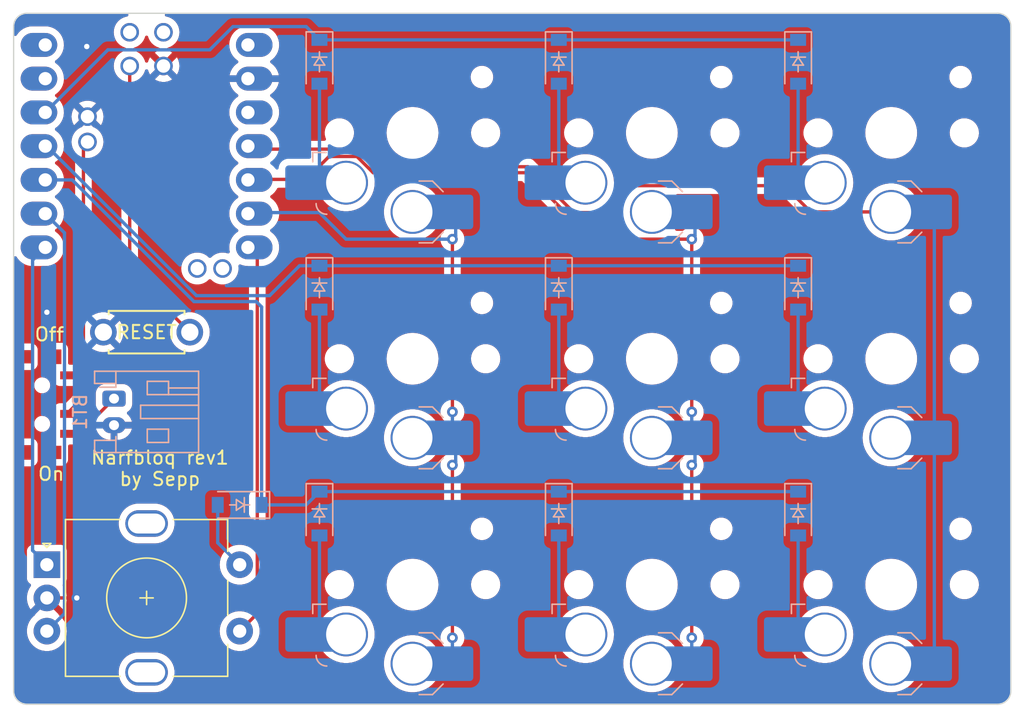
<source format=kicad_pcb>
(kicad_pcb (version 20221018) (generator pcbnew)
  (layers (0 "F.Cu" signal) (31 "B.Cu" signal) (34 "B.Paste" user) (35 "F.Paste" user) (36 "B.SilkS" user "B.Silkscreen") (37 "F.SilkS" user "F.Silkscreen") (38 "B.Mask" user) (39 "F.Mask" user) (44 "Edge.Cuts" user))
  (net 0 "")
  (net 1 "VBAT")
  (net 2 "GND")
  (net 3 "ROW1")
  (net 4 "Net-(D1-A)")
  (net 5 "Net-(D2-A)")
  (net 6 "Net-(D3-A)")
  (net 7 "Net-(D4-A)")
  (net 8 "ROW2")
  (net 9 "Net-(D5-A)")
  (net 10 "Net-(D6-A)")
  (net 11 "Net-(D7-A)")
  (net 12 "ROW3")
  (net 13 "Net-(D8-A)")
  (net 14 "Net-(D9-A)")
  (net 15 "Net-(D10-A)")
  (net 17 "BAT+")
  (net 18 "RESET")
  (net 19 "COL1")
  (net 20 "COL2")
  (net 21 "COL3")
  (net 22 "ROTA")
  (net 23 "ROTB")
  (net 24 "COL4")
  (footprint "sepp:SW_choc_HS_1u" (layer "F.Cu") (at 137 68)
    (fp_text reference "SW1" hide)
    (fp_text value "choc_SW_HS" hide)
    (fp_line (start -7.504 1.475) (end -7.504 2.175) (stroke (width 0.12)) (layer "B.SilkS"))
    (fp_line (start -7.504 1.475) (end -6.504 1.475) (stroke (width 0.12)) (layer "B.SilkS"))
    (fp_line (start 1.5 3.625) (end 0.5 3.625) (stroke (width 0.12)) (layer "B.SilkS"))
    (fp_line (start 1.5 3.625) (end 2.3 4.425) (stroke (width 0.12)) (layer "B.SilkS"))
    (fp_line (start 1.5 8.275) (end 0.5 8.275) (stroke (width 0.12)) (layer "B.SilkS"))
    (fp_line (start 2.3 7.475) (end 1.5 8.275) (stroke (width 0.12)) (layer "B.SilkS"))
    (fp_arc (start -6.45 6.125) (mid -7.015685 5.890685) (end -7.25 5.325) (stroke (width 0.12)) (layer "B.SilkS"))
    (pad "" np_thru_hole circle (at -5.5 0 180) (size 1.7 1.7) (drill 1.7) (layers "*.Cu" "*.Mask"))
    (pad "" np_thru_hole circle (at 0 0 180) (size 3.4 3.4) (drill 3.4) (layers "*.Cu" "*.Mask"))
    (pad "" np_thru_hole circle (at 5.22 -4.2 180) (size 1.2 1.2) (drill 1.2) (layers "*.Cu" "*.Mask"))
    (pad "" np_thru_hole circle (at 5.5 0 180) (size 1.7 1.7) (drill 1.7) (layers "*.Cu" "*.Mask"))
    (pad "1" thru_hole circle (at 0 5.95) (size 3.3 3.3) (drill 3) (layers "*.Cu" "B.Mask") (net 20 "COL2"))
    (pad "1" smd rect (at 1.55 5.95 180) (size 1.2 2.6) (layers "B.Cu") (net 20 "COL2"))
    (pad "1" smd roundrect (at 3.245 5.95) (size 2.65 2.6) (layers "B.Cu" "B.Paste" "B.Mask") (roundrect_rratio 0.1) (net 20 "COL2"))
    (pad "2" smd roundrect (at -8.245 3.75) (size 2.65 2.6) (layers "B.Cu" "B.Paste" "B.Mask") (roundrect_rratio 0.1) (net 4 "Net-(D1-A)"))
    (pad "2" smd rect (at -6.55 3.75) (size 1.2 2.6) (layers "B.Cu") (net 4 "Net-(D1-A)"))
    (pad "2" thru_hole circle (at -5 3.75) (size 3.3 3.3) (drill 3) (layers "*.Cu" "B.Mask") (net 4 "Net-(D1-A)"))
  )
  (footprint "sepp:SW_choc_HS_1u" (layer "F.Cu") (at 137 102)
    (fp_text reference "SW8" hide)
    (fp_text value "choc_SW_HS" hide)
    (fp_line (start -7.504 1.475) (end -7.504 2.175) (stroke (width 0.12)) (layer "B.SilkS"))
    (fp_line (start -7.504 1.475) (end -6.504 1.475) (stroke (width 0.12)) (layer "B.SilkS"))
    (fp_line (start 1.5 3.625) (end 0.5 3.625) (stroke (width 0.12)) (layer "B.SilkS"))
    (fp_line (start 1.5 3.625) (end 2.3 4.425) (stroke (width 0.12)) (layer "B.SilkS"))
    (fp_line (start 1.5 8.275) (end 0.5 8.275) (stroke (width 0.12)) (layer "B.SilkS"))
    (fp_line (start 2.3 7.475) (end 1.5 8.275) (stroke (width 0.12)) (layer "B.SilkS"))
    (fp_arc (start -6.45 6.125) (mid -7.015685 5.890685) (end -7.25 5.325) (stroke (width 0.12)) (layer "B.SilkS"))
    (pad "" np_thru_hole circle (at -5.5 0 180) (size 1.7 1.7) (drill 1.7) (layers "*.Cu" "*.Mask"))
    (pad "" np_thru_hole circle (at 0 0 180) (size 3.4 3.4) (drill 3.4) (layers "*.Cu" "*.Mask"))
    (pad "" np_thru_hole circle (at 5.22 -4.2 180) (size 1.2 1.2) (drill 1.2) (layers "*.Cu" "*.Mask"))
    (pad "" np_thru_hole circle (at 5.5 0 180) (size 1.7 1.7) (drill 1.7) (layers "*.Cu" "*.Mask"))
    (pad "1" thru_hole circle (at 0 5.95) (size 3.3 3.3) (drill 3) (layers "*.Cu" "B.Mask") (net 20 "COL2"))
    (pad "1" smd rect (at 1.55 5.95 180) (size 1.2 2.6) (layers "B.Cu") (net 20 "COL2"))
    (pad "1" smd roundrect (at 3.245 5.95) (size 2.65 2.6) (layers "B.Cu" "B.Paste" "B.Mask") (roundrect_rratio 0.1) (net 20 "COL2"))
    (pad "2" smd roundrect (at -8.245 3.75) (size 2.65 2.6) (layers "B.Cu" "B.Paste" "B.Mask") (roundrect_rratio 0.1) (net 13 "Net-(D8-A)"))
    (pad "2" smd rect (at -6.55 3.75) (size 1.2 2.6) (layers "B.Cu") (net 13 "Net-(D8-A)"))
    (pad "2" thru_hole circle (at -5 3.75) (size 3.3 3.3) (drill 3) (layers "*.Cu" "B.Mask") (net 13 "Net-(D8-A)"))
  )
  (footprint "sepp:SW_choc_HS_1u" (layer "F.Cu") (at 137 85)
    (fp_text reference "SW4" hide)
    (fp_text value "choc_SW_HS" hide)
    (fp_line (start -7.504 1.475) (end -7.504 2.175) (stroke (width 0.12)) (layer "B.SilkS"))
    (fp_line (start -7.504 1.475) (end -6.504 1.475) (stroke (width 0.12)) (layer "B.SilkS"))
    (fp_line (start 1.5 3.625) (end 0.5 3.625) (stroke (width 0.12)) (layer "B.SilkS"))
    (fp_line (start 1.5 3.625) (end 2.3 4.425) (stroke (width 0.12)) (layer "B.SilkS"))
    (fp_line (start 1.5 8.275) (end 0.5 8.275) (stroke (width 0.12)) (layer "B.SilkS"))
    (fp_line (start 2.3 7.475) (end 1.5 8.275) (stroke (width 0.12)) (layer "B.SilkS"))
    (fp_arc (start -6.45 6.125) (mid -7.015685 5.890685) (end -7.25 5.325) (stroke (width 0.12)) (layer "B.SilkS"))
    (pad "" np_thru_hole circle (at -5.5 0 180) (size 1.7 1.7) (drill 1.7) (layers "*.Cu" "*.Mask"))
    (pad "" np_thru_hole circle (at 0 0 180) (size 3.4 3.4) (drill 3.4) (layers "*.Cu" "*.Mask"))
    (pad "" np_thru_hole circle (at 5.22 -4.2 180) (size 1.2 1.2) (drill 1.2) (layers "*.Cu" "*.Mask"))
    (pad "" np_thru_hole circle (at 5.5 0 180) (size 1.7 1.7) (drill 1.7) (layers "*.Cu" "*.Mask"))
    (pad "1" thru_hole circle (at 0 5.95) (size 3.3 3.3) (drill 3) (layers "*.Cu" "B.Mask") (net 20 "COL2"))
    (pad "1" smd rect (at 1.55 5.95 180) (size 1.2 2.6) (layers "B.Cu") (net 20 "COL2"))
    (pad "1" smd roundrect (at 3.245 5.95) (size 2.65 2.6) (layers "B.Cu" "B.Paste" "B.Mask") (roundrect_rratio 0.1) (net 20 "COL2"))
    (pad "2" smd roundrect (at -8.245 3.75) (size 2.65 2.6) (layers "B.Cu" "B.Paste" "B.Mask") (roundrect_rratio 0.1) (net 7 "Net-(D4-A)"))
    (pad "2" smd rect (at -6.55 3.75) (size 1.2 2.6) (layers "B.Cu") (net 7 "Net-(D4-A)"))
    (pad "2" thru_hole circle (at -5 3.75) (size 3.3 3.3) (drill 3) (layers "*.Cu" "B.Mask") (net 7 "Net-(D4-A)"))
  )
  (footprint "sepp:SW_choc_HS_1u" (layer "F.Cu") (at 155 102)
    (fp_text reference "SW9" hide)
    (fp_text value "choc_SW_HS" hide)
    (fp_line (start -7.504 1.475) (end -7.504 2.175) (stroke (width 0.12)) (layer "B.SilkS"))
    (fp_line (start -7.504 1.475) (end -6.504 1.475) (stroke (width 0.12)) (layer "B.SilkS"))
    (fp_line (start 1.5 3.625) (end 0.5 3.625) (stroke (width 0.12)) (layer "B.SilkS"))
    (fp_line (start 1.5 3.625) (end 2.3 4.425) (stroke (width 0.12)) (layer "B.SilkS"))
    (fp_line (start 1.5 8.275) (end 0.5 8.275) (stroke (width 0.12)) (layer "B.SilkS"))
    (fp_line (start 2.3 7.475) (end 1.5 8.275) (stroke (width 0.12)) (layer "B.SilkS"))
    (fp_arc (start -6.45 6.125) (mid -7.015685 5.890685) (end -7.25 5.325) (stroke (width 0.12)) (layer "B.SilkS"))
    (pad "" np_thru_hole circle (at -5.5 0 180) (size 1.7 1.7) (drill 1.7) (layers "*.Cu" "*.Mask"))
    (pad "" np_thru_hole circle (at 0 0 180) (size 3.4 3.4) (drill 3.4) (layers "*.Cu" "*.Mask"))
    (pad "" np_thru_hole circle (at 5.22 -4.2 180) (size 1.2 1.2) (drill 1.2) (layers "*.Cu" "*.Mask"))
    (pad "" np_thru_hole circle (at 5.5 0 180) (size 1.7 1.7) (drill 1.7) (layers "*.Cu" "*.Mask"))
    (pad "1" thru_hole circle (at 0 5.95) (size 3.3 3.3) (drill 3) (layers "*.Cu" "B.Mask") (net 21 "COL3"))
    (pad "1" smd rect (at 1.55 5.95 180) (size 1.2 2.6) (layers "B.Cu") (net 21 "COL3"))
    (pad "1" smd roundrect (at 3.245 5.95) (size 2.65 2.6) (layers "B.Cu" "B.Paste" "B.Mask") (roundrect_rratio 0.1) (net 21 "COL3"))
    (pad "2" smd roundrect (at -8.245 3.75) (size 2.65 2.6) (layers "B.Cu" "B.Paste" "B.Mask") (roundrect_rratio 0.1) (net 14 "Net-(D9-A)"))
    (pad "2" smd rect (at -6.55 3.75) (size 1.2 2.6) (layers "B.Cu") (net 14 "Net-(D9-A)"))
    (pad "2" thru_hole circle (at -5 3.75) (size 3.3 3.3) (drill 3) (layers "*.Cu" "B.Mask") (net 14 "Net-(D9-A)"))
  )
  (footprint "sepp:SW_choc_HS_1u" (layer "F.Cu") (at 173 85)
    (fp_text reference "SW6" hide)
    (fp_text value "choc_SW_HS" hide)
    (fp_line (start -7.504 1.475) (end -7.504 2.175) (stroke (width 0.12)) (layer "B.SilkS"))
    (fp_line (start -7.504 1.475) (end -6.504 1.475) (stroke (width 0.12)) (layer "B.SilkS"))
    (fp_line (start 1.5 3.625) (end 0.5 3.625) (stroke (width 0.12)) (layer "B.SilkS"))
    (fp_line (start 1.5 3.625) (end 2.3 4.425) (stroke (width 0.12)) (layer "B.SilkS"))
    (fp_line (start 1.5 8.275) (end 0.5 8.275) (stroke (width 0.12)) (layer "B.SilkS"))
    (fp_line (start 2.3 7.475) (end 1.5 8.275) (stroke (width 0.12)) (layer "B.SilkS"))
    (fp_arc (start -6.45 6.125) (mid -7.015685 5.890685) (end -7.25 5.325) (stroke (width 0.12)) (layer "B.SilkS"))
    (pad "" np_thru_hole circle (at -5.5 0 180) (size 1.7 1.7) (drill 1.7) (layers "*.Cu" "*.Mask"))
    (pad "" np_thru_hole circle (at 0 0 180) (size 3.4 3.4) (drill 3.4) (layers "*.Cu" "*.Mask"))
    (pad "" np_thru_hole circle (at 5.22 -4.2 180) (size 1.2 1.2) (drill 1.2) (layers "*.Cu" "*.Mask"))
    (pad "" np_thru_hole circle (at 5.5 0 180) (size 1.7 1.7) (drill 1.7) (layers "*.Cu" "*.Mask"))
    (pad "1" thru_hole circle (at 0 5.95) (size 3.3 3.3) (drill 3) (layers "*.Cu" "B.Mask") (net 24 "COL4"))
    (pad "1" smd rect (at 1.55 5.95 180) (size 1.2 2.6) (layers "B.Cu") (net 24 "COL4"))
    (pad "1" smd roundrect (at 3.245 5.95) (size 2.65 2.6) (layers "B.Cu" "B.Paste" "B.Mask") (roundrect_rratio 0.1) (net 24 "COL4"))
    (pad "2" smd roundrect (at -8.245 3.75) (size 2.65 2.6) (layers "B.Cu" "B.Paste" "B.Mask") (roundrect_rratio 0.1) (net 10 "Net-(D6-A)"))
    (pad "2" smd rect (at -6.55 3.75) (size 1.2 2.6) (layers "B.Cu") (net 10 "Net-(D6-A)"))
    (pad "2" thru_hole circle (at -5 3.75) (size 3.3 3.3) (drill 3) (layers "*.Cu" "B.Mask") (net 10 "Net-(D6-A)"))
  )
  (footprint "sepp:switch-MSK-12C02-smd" (layer "F.Cu") (at 107.8 88.45)
    (fp_text reference "PWR1")
    (fp_text value "SW_SPDT")
    (pad "" smd rect (at 0.207 -3.6 90) (size 1 0.6) (layers "F.Cu" "F.Paste" "F.Mask"))
    (pad "" smd rect (at 0.207 3.6 90) (size 1.1 0.6) (layers "F.Cu" "F.Paste" "F.Mask"))
    (pad "" np_thru_hole circle (at 1.35 -1.45 180) (size 0.7 0.7) (drill 0.7) (layers "*.Cu" "*.Mask"))
    (pad "" np_thru_hole circle (at 1.35 1.45 180) (size 0.7 0.7) (drill 0.7) (layers "*.Cu" "*.Mask"))
    (pad "" smd rect (at 2.493 -3.6 90) (size 1.1 0.6) (layers "F.Cu" "F.Paste" "F.Mask"))
    (pad "" smd rect (at 2.493 3.6 90) (size 1 0.6) (layers "F.Cu" "F.Paste" "F.Mask"))
    (pad "1" smd rect (at 3.2 -2.2 180) (size 1 0.6) (layers "F.Cu" "F.Paste" "F.Mask"))
    (pad "2" smd rect (at 3.2 0.7 180) (size 1 0.6) (layers "F.Cu" "F.Paste" "F.Mask") (net 17 "BAT+"))
    (pad "3" smd rect (at 3.2 2.2 180) (size 1 0.6) (layers "F.Cu" "F.Paste" "F.Mask") (net 1 "VBAT"))
  )
  (footprint "sepp:SW_choc_HS_1u" (layer "F.Cu") (at 155 85)
    (fp_text reference "SW5" hide)
    (fp_text value "choc_SW_HS" hide)
    (fp_line (start -7.504 1.475) (end -7.504 2.175) (stroke (width 0.12)) (layer "B.SilkS"))
    (fp_line (start -7.504 1.475) (end -6.504 1.475) (stroke (width 0.12)) (layer "B.SilkS"))
    (fp_line (start 1.5 3.625) (end 0.5 3.625) (stroke (width 0.12)) (layer "B.SilkS"))
    (fp_line (start 1.5 3.625) (end 2.3 4.425) (stroke (width 0.12)) (layer "B.SilkS"))
    (fp_line (start 1.5 8.275) (end 0.5 8.275) (stroke (width 0.12)) (layer "B.SilkS"))
    (fp_line (start 2.3 7.475) (end 1.5 8.275) (stroke (width 0.12)) (layer "B.SilkS"))
    (fp_arc (start -6.45 6.125) (mid -7.015685 5.890685) (end -7.25 5.325) (stroke (width 0.12)) (layer "B.SilkS"))
    (pad "" np_thru_hole circle (at -5.5 0 180) (size 1.7 1.7) (drill 1.7) (layers "*.Cu" "*.Mask"))
    (pad "" np_thru_hole circle (at 0 0 180) (size 3.4 3.4) (drill 3.4) (layers "*.Cu" "*.Mask"))
    (pad "" np_thru_hole circle (at 5.22 -4.2 180) (size 1.2 1.2) (drill 1.2) (layers "*.Cu" "*.Mask"))
    (pad "" np_thru_hole circle (at 5.5 0 180) (size 1.7 1.7) (drill 1.7) (layers "*.Cu" "*.Mask"))
    (pad "1" thru_hole circle (at 0 5.95) (size 3.3 3.3) (drill 3) (layers "*.Cu" "B.Mask") (net 21 "COL3"))
    (pad "1" smd rect (at 1.55 5.95 180) (size 1.2 2.6) (layers "B.Cu") (net 21 "COL3"))
    (pad "1" smd roundrect (at 3.245 5.95) (size 2.65 2.6) (layers "B.Cu" "B.Paste" "B.Mask") (roundrect_rratio 0.1) (net 21 "COL3"))
    (pad "2" smd roundrect (at -8.245 3.75) (size 2.65 2.6) (layers "B.Cu" "B.Paste" "B.Mask") (roundrect_rratio 0.1) (net 9 "Net-(D5-A)"))
    (pad "2" smd rect (at -6.55 3.75) (size 1.2 2.6) (layers "B.Cu") (net 9 "Net-(D5-A)"))
    (pad "2" thru_hole circle (at -5 3.75) (size 3.3 3.3) (drill 3) (layers "*.Cu" "B.Mask") (net 9 "Net-(D5-A)"))
  )
  (footprint "sepp:SW_choc_HS_1u" (layer "F.Cu") (at 155 68)
    (fp_text reference "SW2" hide)
    (fp_text value "choc_SW_HS" hide)
    (fp_line (start -7.504 1.475) (end -7.504 2.175) (stroke (width 0.12)) (layer "B.SilkS"))
    (fp_line (start -7.504 1.475) (end -6.504 1.475) (stroke (width 0.12)) (layer "B.SilkS"))
    (fp_line (start 1.5 3.625) (end 0.5 3.625) (stroke (width 0.12)) (layer "B.SilkS"))
    (fp_line (start 1.5 3.625) (end 2.3 4.425) (stroke (width 0.12)) (layer "B.SilkS"))
    (fp_line (start 1.5 8.275) (end 0.5 8.275) (stroke (width 0.12)) (layer "B.SilkS"))
    (fp_line (start 2.3 7.475) (end 1.5 8.275) (stroke (width 0.12)) (layer "B.SilkS"))
    (fp_arc (start -6.45 6.125) (mid -7.015685 5.890685) (end -7.25 5.325) (stroke (width 0.12)) (layer "B.SilkS"))
    (pad "" np_thru_hole circle (at -5.5 0 180) (size 1.7 1.7) (drill 1.7) (layers "*.Cu" "*.Mask"))
    (pad "" np_thru_hole circle (at 0 0 180) (size 3.4 3.4) (drill 3.4) (layers "*.Cu" "*.Mask"))
    (pad "" np_thru_hole circle (at 5.22 -4.2 180) (size 1.2 1.2) (drill 1.2) (layers "*.Cu" "*.Mask"))
    (pad "" np_thru_hole circle (at 5.5 0 180) (size 1.7 1.7) (drill 1.7) (layers "*.Cu" "*.Mask"))
    (pad "1" thru_hole circle (at 0 5.95) (size 3.3 3.3) (drill 3) (layers "*.Cu" "B.Mask") (net 21 "COL3"))
    (pad "1" smd rect (at 1.55 5.95 180) (size 1.2 2.6) (layers "B.Cu") (net 21 "COL3"))
    (pad "1" smd roundrect (at 3.245 5.95) (size 2.65 2.6) (layers "B.Cu" "B.Paste" "B.Mask") (roundrect_rratio 0.1) (net 21 "COL3"))
    (pad "2" smd roundrect (at -8.245 3.75) (size 2.65 2.6) (layers "B.Cu" "B.Paste" "B.Mask") (roundrect_rratio 0.1) (net 5 "Net-(D2-A)"))
    (pad "2" smd rect (at -6.55 3.75) (size 1.2 2.6) (layers "B.Cu") (net 5 "Net-(D2-A)"))
    (pad "2" thru_hole circle (at -5 3.75) (size 3.3 3.3) (drill 3) (layers "*.Cu" "B.Mask") (net 5 "Net-(D2-A)"))
  )
  (footprint "sepp:SW_choc_HS_1u" (layer "F.Cu") (at 173 68)
    (fp_text reference "SW3" hide)
    (fp_text value "choc_SW_HS" hide)
    (fp_line (start -7.504 1.475) (end -7.504 2.175) (stroke (width 0.12)) (layer "B.SilkS"))
    (fp_line (start -7.504 1.475) (end -6.504 1.475) (stroke (width 0.12)) (layer "B.SilkS"))
    (fp_line (start 1.5 3.625) (end 0.5 3.625) (stroke (width 0.12)) (layer "B.SilkS"))
    (fp_line (start 1.5 3.625) (end 2.3 4.425) (stroke (width 0.12)) (layer "B.SilkS"))
    (fp_line (start 1.5 8.275) (end 0.5 8.275) (stroke (width 0.12)) (layer "B.SilkS"))
    (fp_line (start 2.3 7.475) (end 1.5 8.275) (stroke (width 0.12)) (layer "B.SilkS"))
    (fp_arc (start -6.45 6.125) (mid -7.015685 5.890685) (end -7.25 5.325) (stroke (width 0.12)) (layer "B.SilkS"))
    (pad "" np_thru_hole circle (at -5.5 0 180) (size 1.7 1.7) (drill 1.7) (layers "*.Cu" "*.Mask"))
    (pad "" np_thru_hole circle (at 0 0 180) (size 3.4 3.4) (drill 3.4) (layers "*.Cu" "*.Mask"))
    (pad "" np_thru_hole circle (at 5.22 -4.2 180) (size 1.2 1.2) (drill 1.2) (layers "*.Cu" "*.Mask"))
    (pad "" np_thru_hole circle (at 5.5 0 180) (size 1.7 1.7) (drill 1.7) (layers "*.Cu" "*.Mask"))
    (pad "1" thru_hole circle (at 0 5.95) (size 3.3 3.3) (drill 3) (layers "*.Cu" "B.Mask") (net 24 "COL4"))
    (pad "1" smd rect (at 1.55 5.95 180) (size 1.2 2.6) (layers "B.Cu") (net 24 "COL4"))
    (pad "1" smd roundrect (at 3.245 5.95) (size 2.65 2.6) (layers "B.Cu" "B.Paste" "B.Mask") (roundrect_rratio 0.1) (net 24 "COL4"))
    (pad "2" smd roundrect (at -8.245 3.75) (size 2.65 2.6) (layers "B.Cu" "B.Paste" "B.Mask") (roundrect_rratio 0.1) (net 6 "Net-(D3-A)"))
    (pad "2" smd rect (at -6.55 3.75) (size 1.2 2.6) (layers "B.Cu") (net 6 "Net-(D3-A)"))
    (pad "2" thru_hole circle (at -5 3.75) (size 3.3 3.3) (drill 3) (layers "*.Cu" "B.Mask") (net 6 "Net-(D3-A)"))
  )
  (footprint "sepp:ResetSW" (layer "F.Cu") (at 117 83)
    (fp_text reference "RESET1" hide)
    (fp_text value "SW_Push")
    (fp_text user "RESET" (at 0 0) (layer "F.SilkS"))
    (fp_line (start -2.85 -1.6) (end -2.85 -1.35) (stroke (width 0.15)) (layer "F.SilkS"))
    (fp_line (start -2.85 -1.6) (end 2.85 -1.6) (stroke (width 0.15)) (layer "F.SilkS"))
    (fp_line (start -2.85 1.6) (end -2.85 1.35) (stroke (width 0.15)) (layer "F.SilkS"))
    (fp_line (start -2.85 1.6) (end 2.85 1.6) (stroke (width 0.15)) (layer "F.SilkS"))
    (fp_line (start 2.85 -1.6) (end 2.85 -1.35) (stroke (width 0.15)) (layer "F.SilkS"))
    (fp_line (start 2.85 1.6) (end 2.85 1.35) (stroke (width 0.15)) (layer "F.SilkS"))
    (pad "1" thru_hole circle (at 3.25 0) (size 2 2) (drill 1.3) (layers "*.Cu" "B.Mask") (net 18 "RESET"))
    (pad "2" thru_hole circle (at -3.25 0) (size 2 2) (drill 1.3) (layers "*.Cu" "B.Mask") (net 2 "GND"))
  )
  (footprint "sepp:RotaryEncoder_EC11" (layer "F.Cu") (at 117 103)
    (fp_text reference "SW7")
    (fp_text value "RotaryEncoder_Switch")
    (fp_line (start -7.8 -4.1) (end -7.2 -4.1) (stroke (width 0.12)) (layer "F.SilkS"))
    (fp_line (start -7.5 -3.8) (end -7.8 -4.1) (stroke (width 0.12)) (layer "F.SilkS"))
    (fp_line (start -7.2 -4.1) (end -7.5 -3.8) (stroke (width 0.12)) (layer "F.SilkS"))
    (fp_line (start -6.1 -5.9) (end -6.1 5.9) (stroke (width 0.12)) (layer "F.SilkS"))
    (fp_line (start -2 -5.9) (end -6.1 -5.9) (stroke (width 0.12)) (layer "F.SilkS"))
    (fp_line (start -2 5.9) (end -6.1 5.9) (stroke (width 0.12)) (layer "F.SilkS"))
    (fp_line (start -0.5 0) (end 0.5 0) (stroke (width 0.12)) (layer "F.SilkS"))
    (fp_line (start 0 -0.5) (end 0 0.5) (stroke (width 0.12)) (layer "F.SilkS"))
    (fp_line (start 2 -5.9) (end 6.1 -5.9) (stroke (width 0.12)) (layer "F.SilkS"))
    (fp_line (start 6.1 -5.9) (end 6.1 -3.5) (stroke (width 0.12)) (layer "F.SilkS"))
    (fp_line (start 6.1 -1.3) (end 6.1 1.3) (stroke (width 0.12)) (layer "F.SilkS"))
    (fp_line (start 6.1 3.5) (end 6.1 5.9) (stroke (width 0.12)) (layer "F.SilkS"))
    (fp_line (start 6.1 5.9) (end 2 5.9) (stroke (width 0.12)) (layer "F.SilkS"))
    (fp_circle (center 0 0) (end 3 0) (stroke (width 0.12)) (fill none) (layer "F.SilkS"))
    (pad "" np_thru_hole oval (at 0 -5.6) (size 3.2 2) (drill oval 2.8 1.5) (layers "F&B.Cu" "*.Mask"))
    (pad "" np_thru_hole oval (at 0 5.6) (size 3.2 2) (drill oval 2.8 1.5) (layers "F&B.Cu" "*.Mask"))
    (pad "A" thru_hole rect (at -7.5 -2.5) (size 2 2) (drill 1) (layers "*.Cu" "*.Mask") (net 22 "ROTA"))
    (pad "B" thru_hole circle (at -7.5 2.5) (size 2 2) (drill 1) (layers "*.Cu" "*.Mask") (net 23 "ROTB"))
    (pad "C" thru_hole circle (at -7.5 0) (size 2 2) (drill 1) (layers "*.Cu" "*.Mask") (net 2 "GND"))
    (pad "S1" thru_hole circle (at 7 2.5) (size 2 2) (drill 1) (layers "*.Cu" "*.Mask") (net 19 "COL1"))
    (pad "S2" thru_hole circle (at 7 -2.5) (size 2 2) (drill 1) (layers "*.Cu" "*.Mask") (net 11 "Net-(D7-A)"))
  )
  (footprint "sepp:SW_choc_HS_1u" (layer "F.Cu") (at 173 102)
    (fp_text reference "SW10" hide)
    (fp_text value "choc_SW_HS" hide)
    (fp_line (start -7.504 1.475) (end -7.504 2.175) (stroke (width 0.12)) (layer "B.SilkS"))
    (fp_line (start -7.504 1.475) (end -6.504 1.475) (stroke (width 0.12)) (layer "B.SilkS"))
    (fp_line (start 1.5 3.625) (end 0.5 3.625) (stroke (width 0.12)) (layer "B.SilkS"))
    (fp_line (start 1.5 3.625) (end 2.3 4.425) (stroke (width 0.12)) (layer "B.SilkS"))
    (fp_line (start 1.5 8.275) (end 0.5 8.275) (stroke (width 0.12)) (layer "B.SilkS"))
    (fp_line (start 2.3 7.475) (end 1.5 8.275) (stroke (width 0.12)) (layer "B.SilkS"))
    (fp_arc (start -6.45 6.125) (mid -7.015685 5.890685) (end -7.25 5.325) (stroke (width 0.12)) (layer "B.SilkS"))
    (pad "" np_thru_hole circle (at -5.5 0 180) (size 1.7 1.7) (drill 1.7) (layers "*.Cu" "*.Mask"))
    (pad "" np_thru_hole circle (at 0 0 180) (size 3.4 3.4) (drill 3.4) (layers "*.Cu" "*.Mask"))
    (pad "" np_thru_hole circle (at 5.22 -4.2 180) (size 1.2 1.2) (drill 1.2) (layers "*.Cu" "*.Mask"))
    (pad "" np_thru_hole circle (at 5.5 0 180) (size 1.7 1.7) (drill 1.7) (layers "*.Cu" "*.Mask"))
    (pad "1" thru_hole circle (at 0 5.95) (size 3.3 3.3) (drill 3) (layers "*.Cu" "B.Mask") (net 24 "COL4"))
    (pad "1" smd rect (at 1.55 5.95 180) (size 1.2 2.6) (layers "B.Cu") (net 24 "COL4"))
    (pad "1" smd roundrect (at 3.245 5.95) (size 2.65 2.6) (layers "B.Cu" "B.Paste" "B.Mask") (roundrect_rratio 0.1) (net 24 "COL4"))
    (pad "2" smd roundrect (at -8.245 3.75) (size 2.65 2.6) (layers "B.Cu" "B.Paste" "B.Mask") (roundrect_rratio 0.1) (net 15 "Net-(D10-A)"))
    (pad "2" smd rect (at -6.55 3.75) (size 1.2 2.6) (layers "B.Cu") (net 15 "Net-(D10-A)"))
    (pad "2" thru_hole circle (at -5 3.75) (size 3.3 3.3) (drill 3) (layers "*.Cu" "B.Mask") (net 15 "Net-(D10-A)"))
  )
  (footprint "sepp:xiao-ble-tht" (layer "F.Cu") (at 117 69)
    (fp_text reference "U1" hide)
    (fp_text value "xiao-ble" hide)
    (pad "1" thru_hole oval (at -7.62 -7.62) (size 2.75 1.8) (drill 1 (offset -0.475 0)) (layers "*.Cu" "*.Mask"))
    (pad "2" thru_hole oval (at -7.62 -5.08) (size 2.75 1.8) (drill 1 (offset -0.475 0)) (layers "*.Cu" "*.Mask"))
    (pad "3" thru_hole oval (at -7.62 -2.54) (size 2.75 1.8) (drill 1 (offset -0.475 0)) (layers "*.Cu" "*.Mask") (net 3 "ROW1"))
    (pad "4" thru_hole oval (at -7.62 0) (size 2.75 1.8) (drill 1 (offset -0.475 0)) (layers "*.Cu" "*.Mask") (net 8 "ROW2"))
    (pad "5" thru_hole oval (at -7.62 2.54) (size 2.75 1.8) (drill 1 (offset -0.475 0)) (layers "*.Cu" "*.Mask") (net 12 "ROW3"))
    (pad "6" thru_hole oval (at -7.62 5.08) (size 2.75 1.8) (drill 1 (offset -0.475 0)) (layers "*.Cu" "*.Mask") (net 23 "ROTB"))
    (pad "7" thru_hole oval (at -7.62 7.62) (size 2.75 1.8) (drill 1 (offset -0.475 0)) (layers "*.Cu" "*.Mask") (net 22 "ROTA"))
    (pad "8" thru_hole oval (at 7.62 7.62 180) (size 2.75 1.8) (drill 1 (offset -0.475 0)) (layers "*.Cu" "*.Mask") (net 19 "COL1"))
    (pad "9" thru_hole oval (at 7.62 5.08 180) (size 2.75 1.8) (drill 1 (offset -0.475 0)) (layers "*.Cu" "*.Mask") (net 20 "COL2"))
    (pad "10" thru_hole oval (at 7.62 2.54 180) (size 2.75 1.8) (drill 1 (offset -0.475 0)) (layers "*.Cu" "*.Mask") (net 21 "COL3"))
    (pad "11" thru_hole oval (at 7.62 0 180) (size 2.75 1.8) (drill 1 (offset -0.475 0)) (layers "*.Cu" "*.Mask") (net 24 "COL4"))
    (pad "12" thru_hole oval (at 7.62 -2.54 180) (size 2.75 1.8) (drill 1 (offset -0.475 0)) (layers "*.Cu" "*.Mask"))
    (pad "13" thru_hole oval (at 7.62 -5.08 180) (size 2.75 1.8) (drill 1 (offset -0.475 0)) (layers "*.Cu" "*.Mask") (net 2 "GND"))
    (pad "14" thru_hole oval (at 7.62 -7.62 180) (size 2.75 1.8) (drill 1 (offset -0.475 0)) (layers "*.Cu" "*.Mask"))
    (pad "15" thru_hole circle (at -1.27 -8.572 90) (size 1.397 1.397) (drill 1.016) (layers "*.Cu" "*.Mask"))
    (pad "16" thru_hole circle (at 1.27 -8.572 90) (size 1.397 1.397) (drill 1.016) (layers "*.Cu" "*.Mask"))
    (pad "17" thru_hole circle (at -1.27 -6.032 90) (size 1.397 1.397) (drill 1.016) (layers "*.Cu" "*.Mask") (net 18 "RESET"))
    (pad "18" thru_hole circle (at 1.27 -6.032 90) (size 1.397 1.397) (drill 1.016) (layers "*.Cu" "*.Mask") (net 2 "GND"))
    (pad "19" thru_hole circle (at -4.445 -0.317 180) (size 1.397 1.397) (drill 1.016) (layers "*.Cu" "*.Mask") (net 17 "BAT+"))
    (pad "20" thru_hole circle (at -4.445 -2.222 180) (size 1.397 1.397) (drill 1.016) (layers "*.Cu" "*.Mask") (net 2 "GND"))
    (pad "21" thru_hole circle (at 3.81 9.208 180) (size 1.397 1.397) (drill 1.016) (layers "*.Cu" "*.Mask"))
    (pad "22" thru_hole circle (at 5.715 9.208 180) (size 1.397 1.397) (drill 1.016) (layers "*.Cu" "*.Mask"))
  )
  (footprint "sepp:D_SOD-123" (layer "B.Cu") (at 166 79.65 -90)
    (fp_text reference "D6" hide)
    (fp_text value "1N4148W")
    (fp_line (start -2.25 -1) (end 1.65 -1) (stroke (width 0.12)) (layer "B.SilkS"))
    (fp_line (start -2.25 1) (end -2.25 -1) (stroke (width 0.12)) (layer "B.SilkS"))
    (fp_line (start -2.25 1) (end 1.65 1) (stroke (width 0.12)) (layer "B.SilkS"))
    (fp_line (start -0.75 0) (end -0.35 0) (stroke (width 0.12)) (layer "B.SilkS"))
    (fp_line (start -0.35 0) (end 0.25 0.4) (stroke (width 0.12)) (layer "B.SilkS"))
    (fp_line (start -0.35 0.55) (end -0.35 -0.55) (stroke (width 0.12)) (layer "B.SilkS"))
    (fp_line (start 0.25 -0.4) (end -0.35 0) (stroke (width 0.12)) (layer "B.SilkS"))
    (fp_line (start 0.25 0.4) (end 0.25 -0.4) (stroke (width 0.12)) (layer "B.SilkS"))
    (fp_line (start 0.75 0) (end 0.25 0) (stroke (width 0.12)) (layer "B.SilkS"))
    (pad "1" smd rect (at -1.65 0 270) (size 0.9 1.2) (layers "B.Cu" "B.Paste" "B.Mask") (net 8 "ROW2"))
    (pad "2" smd rect (at 1.65 0 270) (size 0.9 1.2) (layers "B.Cu" "B.Paste" "B.Mask") (net 10 "Net-(D6-A)"))
  )
  (footprint "sepp:D_SOD-123" (layer "B.Cu") (at 130 96.65 -90)
    (fp_text reference "D8" hide)
    (fp_text value "1N4148W")
    (fp_line (start -2.25 -1) (end 1.65 -1) (stroke (width 0.12)) (layer "B.SilkS"))
    (fp_line (start -2.25 1) (end -2.25 -1) (stroke (width 0.12)) (layer "B.SilkS"))
    (fp_line (start -2.25 1) (end 1.65 1) (stroke (width 0.12)) (layer "B.SilkS"))
    (fp_line (start -0.75 0) (end -0.35 0) (stroke (width 0.12)) (layer "B.SilkS"))
    (fp_line (start -0.35 0) (end 0.25 0.4) (stroke (width 0.12)) (layer "B.SilkS"))
    (fp_line (start -0.35 0.55) (end -0.35 -0.55) (stroke (width 0.12)) (layer "B.SilkS"))
    (fp_line (start 0.25 -0.4) (end -0.35 0) (stroke (width 0.12)) (layer "B.SilkS"))
    (fp_line (start 0.25 0.4) (end 0.25 -0.4) (stroke (width 0.12)) (layer "B.SilkS"))
    (fp_line (start 0.75 0) (end 0.25 0) (stroke (width 0.12)) (layer "B.SilkS"))
    (pad "1" smd rect (at -1.65 0 270) (size 0.9 1.2) (layers "B.Cu" "B.Paste" "B.Mask") (net 12 "ROW3"))
    (pad "2" smd rect (at 1.65 0 270) (size 0.9 1.2) (layers "B.Cu" "B.Paste" "B.Mask") (net 13 "Net-(D8-A)"))
  )
  (footprint "Connector_JST:JST_PH_S2B-PH-K_1x02_P2.00mm_Horizontal" (layer "B.Cu") (at 114.55 88 -90)
    (fp_text reference "BT1" (at 1 2.55 90) (layer "B.SilkS") (effects (justify mirror)))
    (fp_text value "Battery_Cell")
    (fp_line (start -2.06 -6.36) (end 4.06 -6.36) (stroke (width 0.12)) (layer "B.SilkS"))
    (fp_line (start -2.06 -0.14) (end -1.14 -0.14) (stroke (width 0.12)) (layer "B.SilkS"))
    (fp_line (start -2.06 1.46) (end -2.06 -6.36) (stroke (width 0.12)) (layer "B.SilkS"))
    (fp_line (start -1.3 -4.1) (end -0.3 -4.1) (stroke (width 0.12)) (layer "B.SilkS"))
    (fp_line (start -1.3 -2.5) (end -1.3 -4.1) (stroke (width 0.12)) (layer "B.SilkS"))
    (fp_line (start -1.14 -0.14) (end -1.14 1.46) (stroke (width 0.12)) (layer "B.SilkS"))
    (fp_line (start -1.14 1.46) (end -2.06 1.46) (stroke (width 0.12)) (layer "B.SilkS"))
    (fp_line (start -0.86 -0.14) (end -1.14 -0.14) (stroke (width 0.12)) (layer "B.SilkS"))
    (fp_line (start -0.86 -0.14) (end -0.86 1.075) (stroke (width 0.12)) (layer "B.SilkS"))
    (fp_line (start -0.8 -4.1) (end -0.8 -6.36) (stroke (width 0.12)) (layer "B.SilkS"))
    (fp_line (start -0.3 -4.1) (end -0.3 -6.36) (stroke (width 0.12)) (layer "B.SilkS"))
    (fp_line (start -0.3 -4.1) (end -0.3 -2.5) (stroke (width 0.12)) (layer "B.SilkS"))
    (fp_line (start -0.3 -2.5) (end -1.3 -2.5) (stroke (width 0.12)) (layer "B.SilkS"))
    (fp_line (start 0.5 -6.36) (end 0.5 -2) (stroke (width 0.12)) (layer "B.SilkS"))
    (fp_line (start 0.5 -2) (end 1.5 -2) (stroke (width 0.12)) (layer "B.SilkS"))
    (fp_line (start 1.5 -2) (end 1.5 -6.36) (stroke (width 0.12)) (layer "B.SilkS"))
    (fp_line (start 2.3 -4.1) (end 2.3 -2.5) (stroke (width 0.12)) (layer "B.SilkS"))
    (fp_line (start 2.3 -2.5) (end 3.3 -2.5) (stroke (width 0.12)) (layer "B.SilkS"))
    (fp_line (start 3.14 -0.14) (end 2.86 -0.14) (stroke (width 0.12)) (layer "B.SilkS"))
    (fp_line (start 3.14 1.46) (end 3.14 -0.14) (stroke (width 0.12)) (layer "B.SilkS"))
    (fp_line (start 3.3 -4.1) (end 2.3 -4.1) (stroke (width 0.12)) (layer "B.SilkS"))
    (fp_line (start 3.3 -2.5) (end 3.3 -4.1) (stroke (width 0.12)) (layer "B.SilkS"))
    (fp_line (start 4.06 -6.36) (end 4.06 1.46) (stroke (width 0.12)) (layer "B.SilkS"))
    (fp_line (start 4.06 -0.14) (end 3.14 -0.14) (stroke (width 0.12)) (layer "B.SilkS"))
    (fp_line (start 4.06 1.46) (end 3.14 1.46) (stroke (width 0.12)) (layer "B.SilkS"))
    (pad "1" thru_hole roundrect (at 0 0 270) (size 1.2 1.75) (drill 0.75) (layers "*.Cu" "*.Mask") (roundrect_rratio 0.2083333333) (net 1 "VBAT"))
    (pad "2" thru_hole oval (at 2 0 270) (size 1.2 1.75) (drill 0.75) (layers "*.Cu" "*.Mask") (net 2 "GND"))
  )
  (footprint "sepp:D_SOD-123" (layer "B.Cu") (at 124 96 180)
    (fp_text reference "D7" hide)
    (fp_text value "1N4148W")
    (fp_line (start -2.25 -1) (end 1.65 -1) (stroke (width 0.12)) (layer "B.SilkS"))
    (fp_line (start -2.25 1) (end -2.25 -1) (stroke (width 0.12)) (layer "B.SilkS"))
    (fp_line (start -2.25 1) (end 1.65 1) (stroke (width 0.12)) (layer "B.SilkS"))
    (fp_line (start -0.75 0) (end -0.35 0) (stroke (width 0.12)) (layer "B.SilkS"))
    (fp_line (start -0.35 0) (end 0.25 0.4) (stroke (width 0.12)) (layer "B.SilkS"))
    (fp_line (start -0.35 0.55) (end -0.35 -0.55) (stroke (width 0.12)) (layer "B.SilkS"))
    (fp_line (start 0.25 -0.4) (end -0.35 0) (stroke (width 0.12)) (layer "B.SilkS"))
    (fp_line (start 0.25 0.4) (end 0.25 -0.4) (stroke (width 0.12)) (layer "B.SilkS"))
    (fp_line (start 0.75 0) (end 0.25 0) (stroke (width 0.12)) (layer "B.SilkS"))
    (pad "1" smd rect (at -1.65 0 180) (size 0.9 1.2) (layers "B.Cu" "B.Paste" "B.Mask") (net 12 "ROW3"))
    (pad "2" smd rect (at 1.65 0 180) (size 0.9 1.2) (layers "B.Cu" "B.Paste" "B.Mask") (net 11 "Net-(D7-A)"))
  )
  (footprint "sepp:D_SOD-123" (layer "B.Cu") (at 148 96.65 -90)
    (fp_text reference "D9" hide)
    (fp_text value "1N4148W")
    (fp_line (start -2.25 -1) (end 1.65 -1) (stroke (width 0.12)) (layer "B.SilkS"))
    (fp_line (start -2.25 1) (end -2.25 -1) (stroke (width 0.12)) (layer "B.SilkS"))
    (fp_line (start -2.25 1) (end 1.65 1) (stroke (width 0.12)) (layer "B.SilkS"))
    (fp_line (start -0.75 0) (end -0.35 0) (stroke (width 0.12)) (layer "B.SilkS"))
    (fp_line (start -0.35 0) (end 0.25 0.4) (stroke (width 0.12)) (layer "B.SilkS"))
    (fp_line (start -0.35 0.55) (end -0.35 -0.55) (stroke (width 0.12)) (layer "B.SilkS"))
    (fp_line (start 0.25 -0.4) (end -0.35 0) (stroke (width 0.12)) (layer "B.SilkS"))
    (fp_line (start 0.25 0.4) (end 0.25 -0.4) (stroke (width 0.12)) (layer "B.SilkS"))
    (fp_line (start 0.75 0) (end 0.25 0) (stroke (width 0.12)) (layer "B.SilkS"))
    (pad "1" smd rect (at -1.65 0 270) (size 0.9 1.2) (layers "B.Cu" "B.Paste" "B.Mask") (net 12 "ROW3"))
    (pad "2" smd rect (at 1.65 0 270) (size 0.9 1.2) (layers "B.Cu" "B.Paste" "B.Mask") (net 14 "Net-(D9-A)"))
  )
  (footprint "sepp:D_SOD-123" (layer "B.Cu") (at 166 62.65 -90)
    (fp_text reference "D3" hide)
    (fp_text value "1N4148W")
    (fp_line (start -2.25 -1) (end 1.65 -1) (stroke (width 0.12)) (layer "B.SilkS"))
    (fp_line (start -2.25 1) (end -2.25 -1) (stroke (width 0.12)) (layer "B.SilkS"))
    (fp_line (start -2.25 1) (end 1.65 1) (stroke (width 0.12)) (layer "B.SilkS"))
    (fp_line (start -0.75 0) (end -0.35 0) (stroke (width 0.12)) (layer "B.SilkS"))
    (fp_line (start -0.35 0) (end 0.25 0.4) (stroke (width 0.12)) (layer "B.SilkS"))
    (fp_line (start -0.35 0.55) (end -0.35 -0.55) (stroke (width 0.12)) (layer "B.SilkS"))
    (fp_line (start 0.25 -0.4) (end -0.35 0) (stroke (width 0.12)) (layer "B.SilkS"))
    (fp_line (start 0.25 0.4) (end 0.25 -0.4) (stroke (width 0.12)) (layer "B.SilkS"))
    (fp_line (start 0.75 0) (end 0.25 0) (stroke (width 0.12)) (layer "B.SilkS"))
    (pad "1" smd rect (at -1.65 0 270) (size 0.9 1.2) (layers "B.Cu" "B.Paste" "B.Mask") (net 3 "ROW1"))
    (pad "2" smd rect (at 1.65 0 270) (size 0.9 1.2) (layers "B.Cu" "B.Paste" "B.Mask") (net 6 "Net-(D3-A)"))
  )
  (footprint "sepp:D_SOD-123" (layer "B.Cu") (at 130 79.65 -90)
    (fp_text reference "D4" hide)
    (fp_text value "1N4148W")
    (fp_line (start -2.25 -1) (end 1.65 -1) (stroke (width 0.12)) (layer "B.SilkS"))
    (fp_line (start -2.25 1) (end -2.25 -1) (stroke (width 0.12)) (layer "B.SilkS"))
    (fp_line (start -2.25 1) (end 1.65 1) (stroke (width 0.12)) (layer "B.SilkS"))
    (fp_line (start -0.75 0) (end -0.35 0) (stroke (width 0.12)) (layer "B.SilkS"))
    (fp_line (start -0.35 0) (end 0.25 0.4) (stroke (width 0.12)) (layer "B.SilkS"))
    (fp_line (start -0.35 0.55) (end -0.35 -0.55) (stroke (width 0.12)) (layer "B.SilkS"))
    (fp_line (start 0.25 -0.4) (end -0.35 0) (stroke (width 0.12)) (layer "B.SilkS"))
    (fp_line (start 0.25 0.4) (end 0.25 -0.4) (stroke (width 0.12)) (layer "B.SilkS"))
    (fp_line (start 0.75 0) (end 0.25 0) (stroke (width 0.12)) (layer "B.SilkS"))
    (pad "1" smd rect (at -1.65 0 270) (size 0.9 1.2) (layers "B.Cu" "B.Paste" "B.Mask") (net 8 "ROW2"))
    (pad "2" smd rect (at 1.65 0 270) (size 0.9 1.2) (layers "B.Cu" "B.Paste" "B.Mask") (net 7 "Net-(D4-A)"))
  )
  (footprint "sepp:D_SOD-123" (layer "B.Cu") (at 166 96.65 -90)
    (fp_text reference "D10" hide)
    (fp_text value "1N4148W")
    (fp_line (start -2.25 -1) (end 1.65 -1) (stroke (width 0.12)) (layer "B.SilkS"))
    (fp_line (start -2.25 1) (end -2.25 -1) (stroke (width 0.12)) (layer "B.SilkS"))
    (fp_line (start -2.25 1) (end 1.65 1) (stroke (width 0.12)) (layer "B.SilkS"))
    (fp_line (start -0.75 0) (end -0.35 0) (stroke (width 0.12)) (layer "B.SilkS"))
    (fp_line (start -0.35 0) (end 0.25 0.4) (stroke (width 0.12)) (layer "B.SilkS"))
    (fp_line (start -0.35 0.55) (end -0.35 -0.55) (stroke (width 0.12)) (layer "B.SilkS"))
    (fp_line (start 0.25 -0.4) (end -0.35 0) (stroke (width 0.12)) (layer "B.SilkS"))
    (fp_line (start 0.25 0.4) (end 0.25 -0.4) (stroke (width 0.12)) (layer "B.SilkS"))
    (fp_line (start 0.75 0) (end 0.25 0) (stroke (width 0.12)) (layer "B.SilkS"))
    (pad "1" smd rect (at -1.65 0 270) (size 0.9 1.2) (layers "B.Cu" "B.Paste" "B.Mask") (net 12 "ROW3"))
    (pad "2" smd rect (at 1.65 0 270) (size 0.9 1.2) (layers "B.Cu" "B.Paste" "B.Mask") (net 15 "Net-(D10-A)"))
  )
  (footprint "sepp:D_SOD-123" (layer "B.Cu") (at 148 79.65 -90)
    (fp_text reference "D5" hide)
    (fp_text value "1N4148W")
    (fp_line (start -2.25 -1) (end 1.65 -1) (stroke (width 0.12)) (layer "B.SilkS"))
    (fp_line (start -2.25 1) (end -2.25 -1) (stroke (width 0.12)) (layer "B.SilkS"))
    (fp_line (start -2.25 1) (end 1.65 1) (stroke (width 0.12)) (layer "B.SilkS"))
    (fp_line (start -0.75 0) (end -0.35 0) (stroke (width 0.12)) (layer "B.SilkS"))
    (fp_line (start -0.35 0) (end 0.25 0.4) (stroke (width 0.12)) (layer "B.SilkS"))
    (fp_line (start -0.35 0.55) (end -0.35 -0.55) (stroke (width 0.12)) (layer "B.SilkS"))
    (fp_line (start 0.25 -0.4) (end -0.35 0) (stroke (width 0.12)) (layer "B.SilkS"))
    (fp_line (start 0.25 0.4) (end 0.25 -0.4) (stroke (width 0.12)) (layer "B.SilkS"))
    (fp_line (start 0.75 0) (end 0.25 0) (stroke (width 0.12)) (layer "B.SilkS"))
    (pad "1" smd rect (at -1.65 0 270) (size 0.9 1.2) (layers "B.Cu" "B.Paste" "B.Mask") (net 8 "ROW2"))
    (pad "2" smd rect (at 1.65 0 270) (size 0.9 1.2) (layers "B.Cu" "B.Paste" "B.Mask") (net 9 "Net-(D5-A)"))
  )
  (footprint "sepp:D_SOD-123" (layer "B.Cu") (at 148 62.65 -90)
    (fp_text reference "D2" hide)
    (fp_text value "1N4148W")
    (fp_line (start -2.25 -1) (end 1.65 -1) (stroke (width 0.12)) (layer "B.SilkS"))
    (fp_line (start -2.25 1) (end -2.25 -1) (stroke (width 0.12)) (layer "B.SilkS"))
    (fp_line (start -2.25 1) (end 1.65 1) (stroke (width 0.12)) (layer "B.SilkS"))
    (fp_line (start -0.75 0) (end -0.35 0) (stroke (width 0.12)) (layer "B.SilkS"))
    (fp_line (start -0.35 0) (end 0.25 0.4) (stroke (width 0.12)) (layer "B.SilkS"))
    (fp_line (start -0.35 0.55) (end -0.35 -0.55) (stroke (width 0.12)) (layer "B.SilkS"))
    (fp_line (start 0.25 -0.4) (end -0.35 0) (stroke (width 0.12)) (layer "B.SilkS"))
    (fp_line (start 0.25 0.4) (end 0.25 -0.4) (stroke (width 0.12)) (layer "B.SilkS"))
    (fp_line (start 0.75 0) (end 0.25 0) (stroke (width 0.12)) (layer "B.SilkS"))
    (pad "1" smd rect (at -1.65 0 270) (size 0.9 1.2) (layers "B.Cu" "B.Paste" "B.Mask") (net 3 "ROW1"))
    (pad "2" smd rect (at 1.65 0 270) (size 0.9 1.2) (layers "B.Cu" "B.Paste" "B.Mask") (net 5 "Net-(D2-A)"))
  )
  (footprint "sepp:D_SOD-123" (layer "B.Cu") (at 130 62.65 -90)
    (fp_text reference "D1" hide)
    (fp_text value "1N4148W")
    (fp_line (start -2.25 -1) (end 1.65 -1) (stroke (width 0.12)) (layer "B.SilkS"))
    (fp_line (start -2.25 1) (end -2.25 -1) (stroke (width 0.12)) (layer "B.SilkS"))
    (fp_line (start -2.25 1) (end 1.65 1) (stroke (width 0.12)) (layer "B.SilkS"))
    (fp_line (start -0.75 0) (end -0.35 0) (stroke (width 0.12)) (layer "B.SilkS"))
    (fp_line (start -0.35 0) (end 0.25 0.4) (stroke (width 0.12)) (layer "B.SilkS"))
    (fp_line (start -0.35 0.55) (end -0.35 -0.55) (stroke (width 0.12)) (layer "B.SilkS"))
    (fp_line (start 0.25 -0.4) (end -0.35 0) (stroke (width 0.12)) (layer "B.SilkS"))
    (fp_line (start 0.25 0.4) (end 0.25 -0.4) (stroke (width 0.12)) (layer "B.SilkS"))
    (fp_line (start 0.75 0) (end 0.25 0) (stroke (width 0.12)) (layer "B.SilkS"))
    (pad "1" smd rect (at -1.65 0 270) (size 0.9 1.2) (layers "B.Cu" "B.Paste" "B.Mask") (net 3 "ROW1"))
    (pad "2" smd rect (at 1.65 0 270) (size 0.9 1.2) (layers "B.Cu" "B.Paste" "B.Mask") (net 4 "Net-(D1-A)"))
  )
  (gr_arc (start 108 111) (mid 107.292893 110.707107) (end 107 110) (stroke (width 0.1)) (layer "Edge.Cuts"))
  (gr_line (start 108 111) (end 181 111) (stroke (width 0.1)) (layer "Edge.Cuts"))
  (gr_line (start 107 60) (end 107 110) (stroke (width 0.1)) (layer "Edge.Cuts"))
  (gr_line (start 182 110) (end 182 60) (stroke (width 0.1)) (layer "Edge.Cuts"))
  (gr_line (start 181 59) (end 108 59) (stroke (width 0.1)) (layer "Edge.Cuts"))
  (gr_arc (start 181 59) (mid 181.707107 59.292893) (end 182 60) (stroke (width 0.1)) (layer "Edge.Cuts"))
  (gr_arc (start 182 110) (mid 181.707107 110.707107) (end 181 111) (stroke (width 0.1)) (layer "Edge.Cuts"))
  (gr_arc (start 107 60) (mid 107.292893 59.292893) (end 108 59) (stroke (width 0.1)) (layer "Edge.Cuts"))
  (gr_text "Narfbloq rev1\nby Sepp" (at 118 93.25) (layer "F.SilkS") (effects (font (size 1 1))))
  (gr_text "On" (at 108.75 94.25) (layer "F.SilkS") (effects (font (size 1 1)) (justify left bottom)))
  (gr_text "Off" (at 108.5 83.75) (layer "F.SilkS") (effects (font (size 1 1)) (justify left bottom)))
  (segment (start 111.9 90.65) (end 114.55 88) (width 0.25) (layer "F.Cu") (net 1))
  (segment (start 111 90.65) (end 111.9 90.65) (width 0.25) (layer "F.Cu") (net 1))
  (segment (start 109.5 103) (end 111.75 103) (width 0.25) (layer "F.Cu") (net 2))
  (via (at 111.75 103) (size 0.8) (drill 0.4) (layers "F.Cu" "B.Cu") (net 2))
  (via (at 109.5 81.5) (size 0.8) (drill 0.4) (layers "F.Cu" "B.Cu") (net 2))
  (via (at 112.5 61.5) (size 0.8) (drill 0.4) (layers "F.Cu" "B.Cu") (net 2))
  (segment (start 123.5 60) (end 129 60) (width 0.25) (layer "B.Cu") (net 3))
  (segment (start 148 61) (end 130 61) (width 0.25) (layer "B.Cu") (net 3))
  (segment (start 109.38 66.46) (end 114.09 61.75) (width 0.25) (layer "B.Cu") (net 3))
  (segment (start 129 60) (end 130 61) (width 0.25) (layer "B.Cu") (net 3))
  (segment (start 121.75 61.75) (end 123.5 60) (width 0.25) (layer "B.Cu") (net 3))
  (segment (start 166 61) (end 148 61) (width 0.25) (layer "B.Cu") (net 3))
  (segment (start 114.09 61.75) (end 121.75 61.75) (width 0.25) (layer "B.Cu") (net 3))
  (segment (start 128.755 71.75) (end 130 70.505) (width 0.25) (layer "B.Cu") (net 4))
  (segment (start 130 70.505) (end 130 64.3) (width 0.25) (layer "B.Cu") (net 4))
  (segment (start 148 70.505) (end 146.755 71.75) (width 0.25) (layer "B.Cu") (net 5))
  (segment (start 148 64.3) (end 148 70.505) (width 0.25) (layer "B.Cu") (net 5))
  (segment (start 166 70.505) (end 164.755 71.75) (width 0.25) (layer "B.Cu") (net 6))
  (segment (start 166 64.3) (end 166 70.505) (width 0.25) (layer "B.Cu") (net 6))
  (segment (start 130 81.3) (end 130 87.505) (width 0.25) (layer "B.Cu") (net 7))
  (segment (start 130 87.505) (end 128.755 88.75) (width 0.25) (layer "B.Cu") (net 7))
  (segment (start 148 78) (end 166 78) (width 0.25) (layer "B.Cu") (net 8))
  (segment (start 130 78) (end 128.5 78) (width 0.25) (layer "B.Cu") (net 8))
  (segment (start 126.25 80.25) (end 120.75 80.25) (width 0.25) (layer "B.Cu") (net 8))
  (segment (start 128.5 78) (end 126.25 80.25) (width 0.25) (layer "B.Cu") (net 8))
  (segment (start 130 78) (end 148 78) (width 0.25) (layer "B.Cu") (net 8))
  (segment (start 109.5 69) (end 109.38 69) (width 0.25) (layer "B.Cu") (net 8))
  (segment (start 120.75 80.25) (end 109.5 69) (width 0.25) (layer "B.Cu") (net 8))
  (segment (start 148 87.505) (end 146.755 88.75) (width 0.25) (layer "B.Cu") (net 9))
  (segment (start 148 81.3) (end 148 87.505) (width 0.25) (layer "B.Cu") (net 9))
  (segment (start 166 87.505) (end 164.755 88.75) (width 0.25) (layer "B.Cu") (net 10))
  (segment (start 166 81.3) (end 166 87.505) (width 0.25) (layer "B.Cu") (net 10))
  (segment (start 122.35 98.85) (end 124 100.5) (width 0.25) (layer "B.Cu") (net 11))
  (segment (start 122.35 96) (end 122.35 98.85) (width 0.25) (layer "B.Cu") (net 11))
  (segment (start 125.25 80.7) (end 120.563604 80.7) (width 0.25) (layer "B.Cu") (net 12))
  (segment (start 130 95) (end 148 95) (width 0.25) (layer "B.Cu") (net 12))
  (segment (start 125.65 81.1) (end 125.25 80.7) (width 0.25) (layer "B.Cu") (net 12))
  (segment (start 111.403604 71.54) (end 109.38 71.54) (width 0.25) (layer "B.Cu") (net 12))
  (segment (start 166 95) (end 148 95) (width 0.25) (layer "B.Cu") (net 12))
  (segment (start 125.65 96) (end 125.65 81.1) (width 0.25) (layer "B.Cu") (net 12))
  (segment (start 120.563604 80.7) (end 111.403604 71.54) (width 0.25) (layer "B.Cu") (net 12))
  (segment (start 125.65 96) (end 129 96) (width 0.25) (layer "B.Cu") (net 12))
  (segment (start 129 96) (end 130 95) (width 0.25) (layer "B.Cu") (net 12))
  (segment (start 130 104.505) (end 128.755 105.75) (width 0.25) (layer "B.Cu") (net 13))
  (segment (start 130 98.3) (end 130 104.505) (width 0.25) (layer "B.Cu") (net 13))
  (segment (start 148 98.3) (end 148 104.505) (width 0.25) (layer "B.Cu") (net 14))
  (segment (start 148 104.505) (end 146.755 105.75) (width 0.25) (layer "B.Cu") (net 14))
  (segment (start 166 104.505) (end 164.755 105.75) (width 0.25) (layer "B.Cu") (net 15))
  (segment (start 166 98.3) (end 166 104.505) (width 0.25) (layer "B.Cu") (net 15))
  (segment (start 111 89.15) (end 112.25 87.9) (width 0.25) (layer "F.Cu") (net 17))
  (segment (start 112.25 68.988) (end 112.555 68.683) (width 0.25) (layer "F.Cu") (net 17))
  (segment (start 112.25 87.9) (end 112.25 68.988) (width 0.25) (layer "F.Cu") (net 17))
  (segment (start 115.73 78.48) (end 115.73 62.968) (width 0.25) (layer "F.Cu") (net 18))
  (segment (start 120.25 83) (end 115.73 78.48) (width 0.25) (layer "F.Cu") (net 18))
  (segment (start 125.325 104.175) (end 124 105.5) (width 0.25) (layer "F.Cu") (net 19))
  (segment (start 124.62 76.62) (end 125.325 77.325) (width 0.25) (layer "F.Cu") (net 19))
  (segment (start 125.325 77.325) (end 125.325 104.175) (width 0.25) (layer "F.Cu") (net 19))
  (segment (start 140 76) (end 140 89) (width 0.25) (layer "F.Cu") (net 20))
  (segment (start 140 93) (end 140 106) (width 0.25) (layer "F.Cu") (net 20))
  (via (at 140 106) (size 0.8) (drill 0.4) (layers "F.Cu" "B.Cu") (net 20))
  (via (at 140 76) (size 0.8) (drill 0.4) (layers "F.Cu" "B.Cu") (net 20))
  (via (at 140 89) (size 0.8) (drill 0.4) (layers "F.Cu" "B.Cu") (net 20))
  (via (at 140 93) (size 0.8) (drill 0.4) (layers "F.Cu" "B.Cu") (net 20))
  (segment (start 140 107.705) (end 140.245 107.95) (width 0.25) (layer "B.Cu") (net 20))
  (segment (start 140.245 90.95) (end 140.245 92.755) (width 0.25) (layer "B.Cu") (net 20))
  (segment (start 140 76) (end 132 76) (width 0.25) (layer "B.Cu") (net 20))
  (segment (start 140.245 75.755) (end 140 76) (width 0.25) (layer "B.Cu") (net 20))
  (segment (start 132 76) (end 130 74) (width 0.25) (layer "B.Cu") (net 20))
  (segment (start 130 74) (end 124.7 74) (width 0.25) (layer "B.Cu") (net 20))
  (segment (start 140.245 92.755) (end 140 93) (width 0.25) (layer "B.Cu") (net 20))
  (segment (start 140 106) (end 140 107.705) (width 0.25) (layer "B.Cu") (net 20))
  (segment (start 140 89) (end 140 90.705) (width 0.25) (layer "B.Cu") (net 20))
  (segment (start 140.245 73.95) (end 140.245 75.755) (width 0.25) (layer "B.Cu") (net 20))
  (segment (start 140 90.705) (end 140.245 90.95) (width 0.25) (layer "B.Cu") (net 20))
  (segment (start 124.7 74) (end 124.62 74.08) (width 0.25) (layer "B.Cu") (net 20))
  (segment (start 124.66 71.5) (end 124.62 71.54) (width 0.25) (layer "F.Cu") (net 21))
  (segment (start 145.5 71) (end 134.043072 71) (width 0.25) (layer "F.Cu") (net 21))
  (segment (start 150.5 76) (end 145.5 71) (width 0.25) (layer "F.Cu") (net 21))
  (segment (start 158 93) (end 158 106) (width 0.25) (layer "F.Cu") (net 21))
  (segment (start 130.725 69.775) (end 129 71.5) (width 0.25) (layer "F.Cu") (net 21))
  (segment (start 134.043072 71) (end 132.818072 69.775) (width 0.25) (layer "F.Cu") (net 21))
  (segment (start 129 71.5) (end 124.66 71.5) (width 0.25) (layer "F.Cu") (net 21))
  (segment (start 132.818072 69.775) (end 130.725 69.775) (width 0.25) (layer "F.Cu") (net 21))
  (segment (start 158 76) (end 150.5 76) (width 0.25) (layer "F.Cu") (net 21))
  (segment (start 158 76) (end 158 89) (width 0.25) (layer "F.Cu") (net 21))
  (via (at 158 76) (size 0.8) (drill 0.4) (layers "F.Cu" "B.Cu") (net 21))
  (via (at 158 89) (size 0.8) (drill 0.4) (layers "F.Cu" "B.Cu") (net 21))
  (via (at 158 93) (size 0.8) (drill 0.4) (layers "F.Cu" "B.Cu") (net 21))
  (via (at 158 106) (size 0.8) (drill 0.4) (layers "F.Cu" "B.Cu") (net 21))
  (segment (start 158 90.705) (end 158.245 90.95) (width 0.25) (layer "B.Cu") (net 21))
  (segment (start 158.245 90.95) (end 158.245 92.755) (width 0.25) (layer "B.Cu") (net 21))
  (segment (start 158 107.705) (end 158.245 107.95) (width 0.25) (layer "B.Cu") (net 21))
  (segment (start 158.245 92.755) (end 158 93) (width 0.25) (layer "B.Cu") (net 21))
  (segment (start 158.245 75.755) (end 158 76) (width 0.25) (layer "B.Cu") (net 21))
  (segment (start 158 106) (end 158 107.705) (width 0.25) (layer "B.Cu") (net 21))
  (segment (start 158 89) (end 158 90.705) (width 0.25) (layer "B.Cu") (net 21))
  (segment (start 158.245 73.95) (end 158.245 75.755) (width 0.25) (layer "B.Cu") (net 21))
  (segment (start 109.38 76.62) (end 108.425 77.575) (width 0.25) (layer "B.Cu") (net 22))
  (segment (start 108.425 99.425) (end 109.5 100.5) (width 0.25) (layer "B.Cu") (net 22))
  (segment (start 108.425 77.575) (end 108.425 99.425) (width 0.25) (layer "B.Cu") (net 22))
  (segment (start 110.825 75.525) (end 110.825 104.175) (width 0.25) (layer "B.Cu") (net 23))
  (segment (start 109.38 74.08) (end 110.825 75.525) (width 0.25) (layer "B.Cu") (net 23))
  (segment (start 110.825 104.175) (end 109.5 105.5) (width 0.25) (layer "B.Cu") (net 23))
  (segment (start 132.904468 69.225) (end 134.229468 70.55) (width 0.25) (layer "F.Cu") (net 24))
  (segment (start 149.136396 74) (end 151 74) (width 0.25) (layer "F.Cu") (net 24))
  (segment (start 124.845 69.225) (end 132.904468 69.225) (width 0.25) (layer "F.Cu") (net 24))
  (segment (start 134.229468 70.55) (end 145.686396 70.55) (width 0.25) (layer "F.Cu") (net 24))
  (segment (start 166.95 73.95) (end 173 73.95) (width 0.25) (layer "F.Cu") (net 24))
  (segment (start 164.975 71.975) (end 166.95 73.95) (width 0.25) (layer "F.Cu") (net 24))
  (segment (start 145.686396 70.55) (end 149.136396 74) (width 0.25) (layer "F.Cu") (net 24))
  (segment (start 153.025 71.975) (end 164.975 71.975) (width 0.25) (layer "F.Cu") (net 24))
  (segment (start 151 74) (end 153.025 71.975) (width 0.25) (layer "F.Cu") (net 24))
  (segment (start 124.62 69) (end 124.845 69.225) (width 0.25) (layer "F.Cu") (net 24))
  (segment (start 176.245 73.95) (end 176.245 90.95) (width 0.25) (layer "B.Cu") (net 24))
  (segment (start 176.245 90.95) (end 176.245 107.95) (width 0.25) (layer "B.Cu") (net 24))
  (zone (net 2) (net_name "GND") (layers "F&B.Cu") (connect_pads (clearance 0.5)) (min_thickness 0.25) (fill yes (thermal_gap 0.5) (thermal_bridge_width 0.5))
    (polygon (pts (xy 106 58) (xy 106 112) (xy 183 112) (xy 183 58)))
  )
)
</source>
